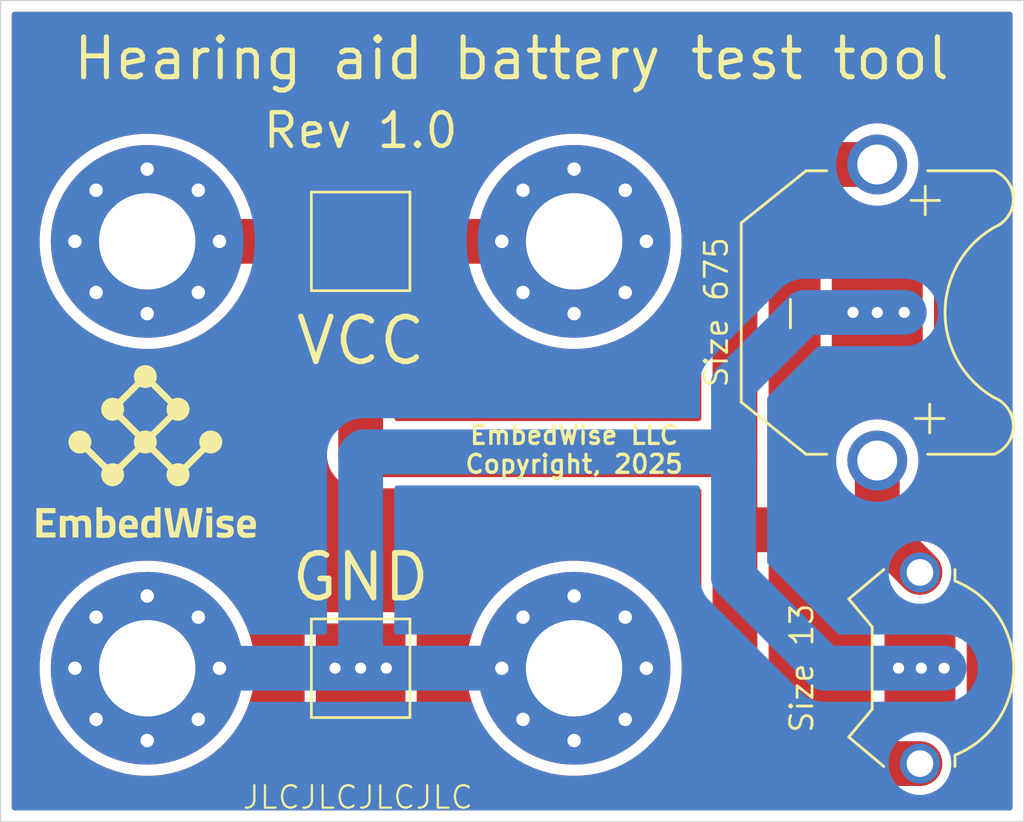
<source format=kicad_pcb>
(kicad_pcb (version 20241229) (generator "pcbnew") (generator_version "9.0")
  (title_block (title "Hearing aid battery test tool") (date "2025-03-12") (rev "1.0") (company "EmbedWise, LLC"))
  (layers (0 "F.Cu" signal) (2 "B.Cu" signal) (13 "F.Paste" user) (15 "B.Paste" user) (5 "F.SilkS" user "F.Silkscreen") (7 "B.SilkS" user "B.Silkscreen") (1 "F.Mask" user) (3 "B.Mask" user) (25 "Edge.Cuts" user))
  (net 0 "")
  (net 1 "Net-(BT1-+)")
  (net 2 "Net-(BT1--)")
  (footprint "TestPoint:TestPoint_Pad_4.0x4.0mm" (layer "F.Cu") (at 111.125 78.745581)
    (property "Reference" "TP2" (hide yes))
    (property "Value" "VCC" (at 0 4.439419 0) (layer "F.SilkS") (effects (font (size 2 2) (thickness 0.25))))
    (fp_line (start -2.2 -2.2) (end 2.2 -2.2) (stroke (width 0.12)) (layer "F.SilkS"))
    (fp_line (start -2.2 2.2) (end -2.2 -2.2) (stroke (width 0.12)) (layer "F.SilkS"))
    (fp_line (start 2.2 -2.2) (end 2.2 2.2) (stroke (width 0.12)) (layer "F.SilkS"))
    (fp_line (start 2.2 2.2) (end -2.2 2.2) (stroke (width 0.12)) (layer "F.SilkS"))
    (pad "1" smd rect (at 0 0) (size 4 4) (layers "F.Cu" "F.Mask") (net 1 "Net-(BT1-+)"))
  )
  (footprint "BK_5091:BAT_BK-5091" (layer "F.Cu") (at 134.17779 81.920581 -90)
    (property "Reference" "BT1" (hide yes))
    (property "Value" "Size 675" (at -0.005581 7.17779 270) (layer "F.SilkS") (effects (font (thickness 0.125))))
    (fp_line (start -4 6.07) (end 4 6.07) (stroke (width 0.127)) (layer "F.SilkS"))
    (fp_line (start 4 6.07) (end 6.325 3.175) (stroke (width 0.127)) (layer "F.SilkS"))
    (fp_line (start -0.585 3.875) (end 0.685 3.875) (stroke (width 0.127)) (layer "F.SilkS"))
    (fp_line (start -6.325 3.175) (end -4 6.07) (stroke (width 0.127)) (layer "F.SilkS"))
    (fp_line (start 6.325 3.175) (end 6.325 2.255) (stroke (width 0.127)) (layer "F.SilkS"))
    (fp_line (start -6.325 2.255) (end -6.325 3.175) (stroke (width 0.127)) (layer "F.SilkS"))
    (fp_line (start -5.635 -2.14) (end -4.365 -2.14) (stroke (width 0.127)) (layer "F.SilkS"))
    (fp_line (start 6.325 -2.255) (end 6.325 -5.22) (stroke (width 0.127)) (layer "F.SilkS"))
    (fp_line (start 4.095 -2.34) (end 5.365 -2.34) (stroke (width 0.127)) (layer "F.SilkS"))
    (fp_line (start -5 -2.775) (end -5 -1.505) (stroke (width 0.127)) (layer "F.SilkS"))
    (fp_line (start 4.73 -2.975) (end 4.73 -1.705) (stroke (width 0.127)) (layer "F.SilkS"))
    (fp_line (start -6.325 -5.22) (end -6.325 -2.255) (stroke (width 0.127)) (layer "F.SilkS"))
    (fp_arc (start -6.325 -5.22) (mid -5.0625 -6.071567) (end -3.8 -5.22) (stroke (width 0.127)) (layer "F.SilkS"))
    (fp_arc (start 3.8 -5.22) (mid 0 -3.026069) (end -3.8 -5.22) (stroke (width 0.127)) (layer "F.SilkS"))
    (fp_arc (start 3.8 -5.22) (mid 5.0625 -6.071567) (end 6.325 -5.22) (stroke (width 0.127)) (layer "F.SilkS"))
    (pad "1" thru_hole circle (at -6.605 0 270) (size 2.67 2.67) (drill 1.78) (layers "*.Cu" "*.Mask") (net 1 "Net-(BT1-+)"))
    (pad "1" thru_hole circle (at 6.605 0 270) (size 2.67 2.67) (drill 1.78) (layers "*.Cu" "*.Mask") (net 1 "Net-(BT1-+)"))
    (pad "2" smd rect (at 0 0 270) (size 4.06 4.06) (layers "F.Cu" "F.Mask" "F.Paste") (net 2 "Net-(BT1--)"))
  )
  (footprint "MountingHole:MountingHole_4.3mm_M4_Pad_Via" (layer "F.Cu") (at 120.65 97.795581)
    (property "Reference" "H4" (hide yes))
    (property "Value" "MountingHole_Pad" (hide yes))
    (pad "1" thru_hole circle (at -3.225 0) (size 0.9 0.9) (drill 0.6) (layers "*.Cu" "*.Mask") (net 2 "Net-(BT1--)"))
    (pad "1" thru_hole circle (at -2.280419 -2.280419) (size 0.9 0.9) (drill 0.6) (layers "*.Cu" "*.Mask") (net 2 "Net-(BT1--)"))
    (pad "1" thru_hole circle (at -2.280419 2.280419) (size 0.9 0.9) (drill 0.6) (layers "*.Cu" "*.Mask") (net 2 "Net-(BT1--)"))
    (pad "1" thru_hole circle (at 0 -3.225) (size 0.9 0.9) (drill 0.6) (layers "*.Cu" "*.Mask") (net 2 "Net-(BT1--)"))
    (pad "1" thru_hole circle (at 0 0) (size 8.6 8.6) (drill 4.3) (layers "*.Cu" "*.Mask") (net 2 "Net-(BT1--)"))
    (pad "1" thru_hole circle (at 0 3.225) (size 0.9 0.9) (drill 0.6) (layers "*.Cu" "*.Mask") (net 2 "Net-(BT1--)"))
    (pad "1" thru_hole circle (at 2.280419 -2.280419) (size 0.9 0.9) (drill 0.6) (layers "*.Cu" "*.Mask") (net 2 "Net-(BT1--)"))
    (pad "1" thru_hole circle (at 2.280419 2.280419) (size 0.9 0.9) (drill 0.6) (layers "*.Cu" "*.Mask") (net 2 "Net-(BT1--)"))
    (pad "1" thru_hole circle (at 3.225 0) (size 0.9 0.9) (drill 0.6) (layers "*.Cu" "*.Mask") (net 2 "Net-(BT1--)"))
  )
  (footprint "MountingHole:MountingHole_4.3mm_M4_Pad_Via" (layer "F.Cu") (at 101.6 97.795581)
    (property "Reference" "H3" (hide yes))
    (property "Value" "MountingHole_Pad" (hide yes))
    (pad "1" thru_hole circle (at -3.225 0) (size 0.9 0.9) (drill 0.6) (layers "*.Cu" "*.Mask") (net 2 "Net-(BT1--)"))
    (pad "1" thru_hole circle (at -2.280419 -2.280419) (size 0.9 0.9) (drill 0.6) (layers "*.Cu" "*.Mask") (net 2 "Net-(BT1--)"))
    (pad "1" thru_hole circle (at -2.280419 2.280419) (size 0.9 0.9) (drill 0.6) (layers "*.Cu" "*.Mask") (net 2 "Net-(BT1--)"))
    (pad "1" thru_hole circle (at 0 -3.225) (size 0.9 0.9) (drill 0.6) (layers "*.Cu" "*.Mask") (net 2 "Net-(BT1--)"))
    (pad "1" thru_hole circle (at 0 0) (size 8.6 8.6) (drill 4.3) (layers "*.Cu" "*.Mask") (net 2 "Net-(BT1--)"))
    (pad "1" thru_hole circle (at 0 3.225) (size 0.9 0.9) (drill 0.6) (layers "*.Cu" "*.Mask") (net 2 "Net-(BT1--)"))
    (pad "1" thru_hole circle (at 2.280419 -2.280419) (size 0.9 0.9) (drill 0.6) (layers "*.Cu" "*.Mask") (net 2 "Net-(BT1--)"))
    (pad "1" thru_hole circle (at 2.280419 2.280419) (size 0.9 0.9) (drill 0.6) (layers "*.Cu" "*.Mask") (net 2 "Net-(BT1--)"))
    (pad "1" thru_hole circle (at 3.225 0) (size 0.9 0.9) (drill 0.6) (layers "*.Cu" "*.Mask") (net 2 "Net-(BT1--)"))
  )
  (footprint "2989:BAT_2989" (layer "F.Cu") (at 136.08279 97.784419 -90)
    (property "Reference" "BT2" (hide yes))
    (property "Value" "Size 13" (at 0.005581 5.27279 90) (layer "F.SilkS") (effects (font (thickness 0.125))))
    (fp_line (start -3.08048 3.17495) (end -4.15805 1.89075) (stroke (width 0.127)) (layer "F.SilkS"))
    (fp_line (start 3.08048 3.17495) (end 2.69133 2.84841) (stroke (width 0.127)) (layer "F.SilkS"))
    (fp_line (start -2.69133 2.84841) (end -3.08048 3.17495) (stroke (width 0.127)) (layer "F.SilkS"))
    (fp_line (start 2.69133 2.84841) (end 1.83945 2.1336) (stroke (width 0.127)) (layer "F.SilkS"))
    (fp_line (start -1.83945 2.1336) (end -2.69133 2.84841) (stroke (width 0.127)) (layer "F.SilkS"))
    (fp_line (start 1.83945 2.1336) (end -1.83945 2.1336) (stroke (width 0.127)) (layer "F.SilkS"))
    (fp_line (start -4.15805 1.89075) (end -4.3942 1.6129) (stroke (width 0.127)) (layer "F.SilkS"))
    (fp_line (start 4.15805 1.89075) (end 3.08048 3.17495) (stroke (width 0.127)) (layer "F.SilkS"))
    (fp_line (start 4.3942 1.6129) (end 4.15805 1.89075) (stroke (width 0.127)) (layer "F.SilkS"))
    (fp_line (start -4.3942 -1.5621) (end -3.8862 -1.5621) (stroke (width 0.127)) (layer "F.SilkS"))
    (fp_line (start 3.8862 -1.5621) (end 4.3942 -1.5621) (stroke (width 0.127)) (layer "F.SilkS"))
    (fp_arc (start -3.8862 -1.562101) (mid 0 -4.188313) (end 3.8862 -1.5621) (stroke (width 0.127)) (layer "F.SilkS"))
    (pad "1" thru_hole circle (at -4.265 0 270) (size 1.79 1.79) (drill 1.19) (layers "*.Cu" "*.Mask") (net 1 "Net-(BT1-+)"))
    (pad "1" thru_hole circle (at 4.265 0 270) (size 1.79 1.79) (drill 1.19) (layers "*.Cu" "*.Mask") (net 1 "Net-(BT1-+)"))
    (pad "2" smd rect (at 0 0 270) (size 3.17 3.17) (layers "F.Cu" "F.Mask") (net 2 "Net-(BT1--)"))
  )
  (footprint "MountingHole:MountingHole_4.3mm_M4_Pad_Via" (layer "F.Cu") (at 101.6 78.745581)
    (property "Reference" "H2" (hide yes))
    (property "Value" "MountingHole_Pad" (hide yes))
    (pad "1" thru_hole circle (at -3.225 0) (size 0.9 0.9) (drill 0.6) (layers "*.Cu" "*.Mask") (net 1 "Net-(BT1-+)"))
    (pad "1" thru_hole circle (at -2.280419 -2.280419) (size 0.9 0.9) (drill 0.6) (layers "*.Cu" "*.Mask") (net 1 "Net-(BT1-+)"))
    (pad "1" thru_hole circle (at -2.280419 2.280419) (size 0.9 0.9) (drill 0.6) (layers "*.Cu" "*.Mask") (net 1 "Net-(BT1-+)"))
    (pad "1" thru_hole circle (at 0 -3.225) (size 0.9 0.9) (drill 0.6) (layers "*.Cu" "*.Mask") (net 1 "Net-(BT1-+)"))
    (pad "1" thru_hole circle (at 0 0) (size 8.6 8.6) (drill 4.3) (layers "*.Cu" "*.Mask") (net 1 "Net-(BT1-+)"))
    (pad "1" thru_hole circle (at 0 3.225) (size 0.9 0.9) (drill 0.6) (layers "*.Cu" "*.Mask") (net 1 "Net-(BT1-+)"))
    (pad "1" thru_hole circle (at 2.280419 -2.280419) (size 0.9 0.9) (drill 0.6) (layers "*.Cu" "*.Mask") (net 1 "Net-(BT1-+)"))
    (pad "1" thru_hole circle (at 2.280419 2.280419) (size 0.9 0.9) (drill 0.6) (layers "*.Cu" "*.Mask") (net 1 "Net-(BT1-+)"))
    (pad "1" thru_hole circle (at 3.225 0) (size 0.9 0.9) (drill 0.6) (layers "*.Cu" "*.Mask") (net 1 "Net-(BT1-+)"))
  )
  (footprint "Logo:EmbedWise_Logo_Vertical" (layer "F.Cu") (at 101.6 88.265)
    (property "Reference" "G***" (hide yes))
    (property "Value" "LOGO" (hide yes))
    (fp_poly (pts (xy 2.900113 2.472779) (xy 2.900113 2.60242) (xy 2.770472 2.60242) (xy 2.640832 2.60242) (xy 2.640832 2.472779) (xy 2.640832 2.343138) (xy 2.770472 2.343138) (xy 2.900113 2.343138)) (fill yes) (layer "F.SilkS"))
    (fp_poly (pts (xy 2.900113 3.212212) (xy 2.900113 3.697164) (xy 2.770472 3.697164) (xy 2.640832 3.697164) (xy 2.640832 3.212212) (xy 2.640832 2.727259) (xy 2.770472 2.727259) (xy 2.900113 2.727259)) (fill yes) (layer "F.SilkS"))
    (fp_poly (pts (xy -4.090889 2.496786) (xy -4.090889 2.612023) (xy -4.383781 2.612023) (xy -4.676673 2.612023) (xy -4.676673 2.765671) (xy -4.676673 2.919319) (xy -4.446201 2.919319) (xy -4.215728 2.919319) (xy -4.215728 3.034556) (xy -4.215728 3.149792) (xy -4.446201 3.149792) (xy -4.676673 3.149792) (xy -4.676673 3.308242) (xy -4.676673 3.466692) (xy -4.383781 3.466692) (xy -4.090889 3.466692) (xy -4.090889 3.581928) (xy -4.090889 3.697164) (xy -4.518223 3.697164) (xy -4.945558 3.697164) (xy -4.945558 3.039357) (xy -4.945558 2.38155) (xy -4.518223 2.38155) (xy -4.090889 2.38155)) (fill yes) (layer "F.SilkS"))
    (fp_poly (pts (xy -2.007032 2.548583) (xy -2.007032 2.754028) (xy -1.932609 2.730121) (xy -1.8924 2.718271) (xy -1.858386 2.711622) (xy -1.822642 2.709244) (xy -1.777243 2.710207) (xy -1.766957 2.710687) (xy -1.679695 2.720666) (xy -1.607201 2.742035) (xy -1.548 2.77593) (xy -1.500618 2.823492) (xy -1.46358 2.885856) (xy -1.435414 2.964163) (xy -1.434535 2.967334) (xy -1.427296 3.0056) (xy -1.421798 3.058327) (xy -1.418088 3.120898) (xy -1.416213 3.188696) (xy -1.416219 3.257101) (xy -1.418151 3.321496) (xy -1.422057 3.377263) (xy -1.427983 3.419784) (xy -1.429907 3.42828) (xy -1.456759 3.50984) (xy -1.49255 3.575378) (xy -1.539076 3.626699) (xy -1.598131 3.665608) (xy -1.67151 3.693911) (xy -1.701952 3.701892) (xy -1.729452 3.70609) (xy -1.771151 3.709689) (xy -1.822629 3.712583) (xy -1.879466 3.714666) (xy -1.937244 3.715833) (xy -1.991541 3.715979) (xy -2.03794 3.714997) (xy -2.072019 3.712783) (xy -2.083856 3.711014) (xy -2.099584 3.708914) (xy -2.129094 3.706015) (xy -2.167009 3.702827) (xy -2.182287 3.701662) (xy -2.266314 3.69544) (xy -2.266314 3.019289) (xy -2.266314 2.960383) (xy -2.007032 2.960383) (xy -2.007032 3.224177) (xy -2.007032 3.487971) (xy -1.898998 3.484351) (xy -1.846279 3.481826) (xy -1.808667 3.477955) (xy -1.782074 3.472094) (xy -1.762415 3.463599) (xy -1.76066 3.462572) (xy -1.726895 3.43252) (xy -1.701468 3.387281) (xy -1.683788 3.325682) (xy -1.679737 3.302764) (xy -1.672727 3.227634) (xy -1.674747 3.155464) (xy -1.685089 3.089342) (xy -1.703041 3.032354) (xy -1.727893 2.987586) (xy -1.758934 2.958126) (xy -1.759108 2.958019) (xy -1.79842 2.943563) (xy -1.851603 2.938577) (xy -1.915744 2.943189) (xy -1.952614 2.949454) (xy -2.007032 2.960383) (xy -2.266314 2.960383) (xy -2.266314 2.343138) (xy -2.136673 2.343138) (xy -2.007032 2.343138)) (fill yes) (layer "F.SilkS"))
    (fp_poly (pts (xy 0.595387 3.020151) (xy 0.595387 3.697164) (xy 0.465747 3.697164) (xy 0.413567 3.696986) (xy 0.377603 3.696173) (xy 0.354865 3.694308) (xy 0.342364 3.690974) (xy 0.337109 3.685753) (xy 0.336106 3.679062) (xy 0.334878 3.670813) (xy 0.328869 3.667554) (xy 0.314588 3.669703) (xy 0.288545 3.677677) (xy 0.256881 3.688536) (xy 0.175606 3.709071) (xy 0.090648 3.716702) (xy 0.008277 3.711241) (xy -0.049935 3.697836) (xy -0.110308 3.671012) (xy -0.160376 3.631949) (xy -0.200539 3.579773) (xy -0.231194 3.513613) (xy -0.252742 3.432598) (xy -0.265582 3.335856) (xy -0.270113 3.222515) (xy -0.270124 3.218575) (xy -0.008036 3.218575) (xy -0.007197 3.245822) (xy -0.002125 3.315808) (xy 0.006865 3.369912) (xy 0.020727 3.411227) (xy 0.040415 3.442849) (xy 0.059412 3.461926) (xy 0.076437 3.47437) (xy 0.094463 3.481487) (xy 0.119353 3.484599) (xy 0.15697 3.485029) (xy 0.161587 3.484976) (xy 0.205636 3.482958) (xy 0.249636 3.478568) (xy 0.283289 3.472908) (xy 0.331304 3.461763) (xy 0.333859 3.206177) (xy 0.336415 2.950591) (xy 0.308917 2.945091) (xy 0.258916 2.937264) (xy 0.206867 2.932739) (xy 0.158492 2.931709) (xy 0.119511 2.934368) (xy 0.102104 2.938105) (xy 0.061337 2.961472) (xy 0.02985 3.001452) (xy 0.007734 3.057795) (xy -0.004925 3.130253) (xy -0.008036 3.218575) (xy -0.270124 3.218575) (xy -0.270128 3.217013) (xy -0.266778 3.11215) (xy -0.256013 3.023185) (xy -0.237195 2.948042) (xy -0.209682 2.884649) (xy -0.172834 2.830929) (xy -0.140581 2.797455) (xy -0.09738 2.762657) (xy -0.053527 2.738297) (xy -0.00441 2.722878) (xy 0.054584 2.714904) (xy 0.120038 2.712854) (xy 0.170224 2.713608) (xy 0.219838 2.715637) (xy 0.261776 2.718592) (xy 0.280888 2.720748) (xy 0.336106 2.728641) (xy 0.336106 2.535889) (xy 0.336106 2.343138) (xy 0.465747 2.343138) (xy 0.595387 2.343138)) (fill yes) (layer "F.SilkS"))
    (fp_poly (pts (xy -3.348942 2.712284) (xy -3.280592 2.727471) (xy -3.222185 2.754732) (xy -3.204324 2.767385) (xy -3.167627 2.796487) (xy -3.113095 2.77255) (xy -3.054766 2.748011) (xy -3.006977 2.731176) (xy -2.963345 2.720663) (xy -2.91749 2.715091) (xy -2.863028 2.713081) (xy -2.837694 2.712964) (xy -2.784824 2.713563) (xy -2.746455 2.715638) (xy -2.717903 2.719781) (xy -2.694484 2.726584) (xy -2.679136 2.733016) (xy -2.624084 2.767676) (xy -2.578823 2.814673) (xy -2.552302 2.859416) (xy -2.540467 2.888144) (xy -2.530692 2.917303) (xy -2.522741 2.949129) (xy -2.516381 2.985862) (xy -2.511377 3.029737) (xy -2.507496 3.082993) (xy -2.504503 3.147865) (xy -2.502165 3.226592) (xy -2.500247 3.32141) (xy -2.499558 3.363459) (xy -2.494352 3.697164) (xy -2.629548 3.697164) (xy -2.764745 3.697164) (xy -2.767609 3.363459) (xy -2.768466 3.273297) (xy -2.769403 3.200299) (xy -2.770533 3.142426) (xy -2.771966 3.097635) (xy -2.773812 3.063887) (xy -2.776183 3.03914) (xy -2.779191 3.021353) (xy -2.782944 3.008486) (xy -2.787441 2.998707) (xy -2.812137 2.967138) (xy -2.846188 2.947581) (xy -2.891338 2.939678) (xy -2.94933 2.94307) (xy -3.006252 2.9537) (xy -3.072968 2.968874) (xy -3.072968 3.333019) (xy -3.072968 3.697164) (xy -3.202042 3.697164) (xy -3.331115 3.697164) (xy -3.334083 3.363459) (xy -3.334928 3.274235) (xy -3.335794 3.202138) (xy -3.336812 3.145089) (xy -3.338109 3.101012) (xy -3.339814 3.067826) (xy -3.342055 3.043453) (xy -3.344961 3.025816) (xy -3.34866 3.012835) (xy -3.353281 3.002432) (xy -3.356783 2.996165) (xy -3.377048 2.967964) (xy -3.400685 2.950586) (xy -3.432225 2.942272) (xy -3.4762 2.941262) (xy -3.495501 2.942318) (xy -3.536701 2.946361) (xy -3.575505 2.952302) (xy -3.603517 2.958855) (xy -3.603535 2.958861) (xy -3.639546 2.970557) (xy -3.639546 3.333861) (xy -3.639546 3.697164) (xy -3.769187 3.697164) (xy -3.898828 3.697164) (xy -3.898828 3.212212) (xy -3.898828 2.727259) (xy -3.769187 2.727259) (xy -3.639546 2.727259) (xy -3.639546 2.752294) (xy -3.635945 2.770443) (xy -3.627543 2.772266) (xy -3.572855 2.74955) (xy -3.531432 2.733461) (xy -3.499035 2.72272) (xy -3.471427 2.716045) (xy -3.44437 2.712156) (xy -3.422716 2.710352)) (fill yes) (layer "F.SilkS"))
    (fp_poly (pts (xy 4.485713 2.712586) (xy 4.548163 2.71791) (xy 4.600839 2.727768) (xy 4.613515 2.731497) (xy 4.686402 2.764592) (xy 4.746324 2.811699) (xy 4.793165 2.872552) (xy 4.826806 2.946888) (xy 4.847132 3.034443) (xy 4.854025 3.134952) (xy 4.847368 3.24815) (xy 4.846237 3.257826) (xy 4.838396 3.322646) (xy 4.552309 3.322646) (xy 4.266222 3.322646) (xy 4.274268 3.365713) (xy 4.288507 3.413813) (xy 4.312123 3.448119) (xy 4.348092 3.472947) (xy 4.348332 3.473067) (xy 4.36452 3.479866) (xy 4.383531 3.484613) (xy 4.408831 3.487604) (xy 4.443883 3.489133) (xy 4.492152 3.489496) (xy 4.537429 3.489198) (xy 4.595814 3.488269) (xy 4.652989 3.486724) (xy 4.703707 3.484749) (xy 4.742719 3.482528) (xy 4.754566 3.481545) (xy 4.818054 3.475394) (xy 4.823113 3.569474) (xy 4.825032 3.609677) (xy 4.826113 3.641888) (xy 4.826236 3.661853) (xy 4.825772 3.666227) (xy 4.815966 3.669165) (xy 4.791436 3.674955) (xy 4.756283 3.682658) (xy 4.728416 3.688507) (xy 4.676947 3.697084) (xy 4.615772 3.704037) (xy 4.548983 3.709228) (xy 4.480669 3.71252) (xy 4.414921 3.713777) (xy 4.355828 3.71286) (xy 4.307482 3.709632) (xy 4.273972 3.703956) (xy 4.273346 3.703778) (xy 4.19935 3.675228) (xy 4.139201 3.635608) (xy 4.091483 3.583353) (xy 4.05478 3.516895) (xy 4.027677 3.434667) (xy 4.026708 3.430766) (xy 4.018244 3.382086) (xy 4.012729 3.320713) (xy 4.010161 3.252153) (xy 4.01054 3.181911) (xy 4.013864 3.115495) (xy 4.016168 3.094512) (xy 4.266975 3.094512) (xy 4.267016 3.116432) (xy 4.268606 3.121083) (xy 4.280147 3.124563) (xy 4.308542 3.127371) (xy 4.351448 3.129375) (xy 4.406522 3.130443) (xy 4.438318 3.130586) (xy 4.602157 3.130586) (xy 4.598034 3.075368) (xy 4.588583 3.016489) (xy 4.569206 2.973269) (xy 4.538295 2.944058) (xy 4.494245 2.927207) (xy 4.448294 2.921507) (xy 4.389077 2.924157) (xy 4.342981 2.939255) (xy 4.30785 2.96761) (xy 4.300475 2.976937) (xy 4.289832 2.998236) (xy 4.279774 3.029125) (xy 4.271691 3.063313) (xy 4.266975 3.094512) (xy 4.016168 3.094512) (xy 4.020133 3.058411) (xy 4.026787 3.024953) (xy 4.058444 2.93324) (xy 4.101082 2.856834) (xy 4.154492 2.796005) (xy 4.218465 2.751019) (xy 4.252203 2.735392) (xy 4.296733 2.723198) (xy 4.354296 2.715292) (xy 4.41919 2.711734)) (fill yes) (layer "F.SilkS"))
    (fp_poly (pts (xy -0.802465 2.710705) (xy -0.717553 2.719145) (xy -0.647431 2.735746) (xy -0.588896 2.761954) (xy -0.538743 2.799214) (xy -0.493771 2.848973) (xy -0.492515 2.850613) (xy -0.459265 2.908197) (xy -0.435369 2.980049) (xy -0.421267 3.063427) (xy -0.417396 3.15559) (xy -0.424193 3.253795) (xy -0.42596 3.267429) (xy -0.433518 3.322646) (xy -0.716116 3.322646) (xy -0.998715 3.322646) (xy -0.998715 3.351838) (xy -0.990222 3.395316) (xy -0.967575 3.43591) (xy -0.935019 3.466689) (xy -0.92477 3.472573) (xy -0.909004 3.479333) (xy -0.891033 3.48412) (xy -0.867505 3.48721) (xy -0.835072 3.488878) (xy -0.790383 3.489399) (xy -0.730089 3.48905) (xy -0.725028 3.488998) (xy -0.666233 3.488067) (xy -0.609812 3.4866) (xy -0.560427 3.48476) (xy -0.52274 3.482709) (xy -0.507484 3.481423) (xy -0.453191 3.47555) (xy -0.446291 3.567578) (xy -0.443781 3.607556) (xy -0.442673 3.639799) (xy -0.443071 3.659895) (xy -0.444039 3.664253) (xy -0.454844 3.668035) (xy -0.480254 3.67451) (xy -0.516034 3.682649) (xy -0.543644 3.688507) (xy -0.595202 3.697086) (xy -0.656455 3.704008) (xy -0.723309 3.709142) (xy -0.791669 3.712355) (xy -0.857443 3.713515) (xy -0.916535 3.712489) (xy -0.964853 3.709144) (xy -0.998303 3.703349) (xy -0.998715 3.703229) (xy -1.071951 3.674472) (xy -1.132 3.634177) (xy -1.179959 3.581027) (xy -1.216922 3.513703) (xy -1.243986 3.430887) (xy -1.251024 3.399471) (xy -1.255039 3.369416) (xy -1.258207 3.325837) (xy -1.260228 3.27441) (xy -1.260796 3.220808) (xy -1.260773 3.217013) (xy -1.256294 3.116398) (xy -1.004426 3.116398) (xy -1.002669 3.122353) (xy -0.991852 3.125058) (xy -0.965072 3.127389) (xy -0.925567 3.129189) (xy -0.876581 3.130299) (xy -0.833582 3.130586) (xy -0.669582 3.130586) (xy -0.674685 3.067012) (xy -0.682161 3.017564) (xy -0.695067 2.983094) (xy -0.69829 2.978184) (xy -0.732255 2.946871) (xy -0.776575 2.927183) (xy -0.826464 2.919142) (xy -0.877137 2.922767) (xy -0.923809 2.93808) (xy -0.961694 2.965102) (xy -0.971745 2.976989) (xy -0.981738 2.997403) (xy -0.991339 3.02783) (xy -0.999211 3.061992) (xy -1.004019 3.093608) (xy -1.004426 3.116398) (xy -1.256294 3.116398) (xy -1.256154 3.113258) (xy -1.243476 3.024993) (xy -1.222034 2.949965) (xy -1.191121 2.885921) (xy -1.150031 2.830608) (xy -1.134683 2.814448) (xy -1.07942 2.768789) (xy -1.017621 2.736642) (xy -0.946679 2.717192) (xy -0.863987 2.709625)) (fill yes) (layer "F.SilkS"))
    (fp_poly (pts (xy 3.51615 2.710275) (xy 3.578667 2.715728) (xy 3.64778 2.723858) (xy 3.717409 2.733936) (xy 3.781475 2.745236) (xy 3.790794 2.747107) (xy 3.84121 2.75743) (xy 3.841063 2.850378) (xy 3.840227 2.89174) (xy 3.838103 2.926436) (xy 3.835061 2.949572) (xy 3.833089 2.955661) (xy 3.826637 2.960149) (xy 3.81264 2.962341) (xy 3.78845 2.962179) (xy 3.751417 2.959606) (xy 3.698892 2.954566) (xy 3.677187 2.952296) (xy 3.585302 2.944296) (xy 3.50789 2.94122) (xy 3.445945 2.943031) (xy 3.400463 2.949696) (xy 3.372438 2.961177) (xy 3.36976 2.963349) (xy 3.354527 2.987912) (xy 3.351533 3.017657) (xy 3.36051 3.044886) (xy 3.373081 3.057885) (xy 3.39028 3.064936) (xy 3.422163 3.074274) (xy 3.464511 3.08479) (xy 3.513103 3.095377) (xy 3.524328 3.097628) (xy 3.600306 3.113602) (xy 3.660221 3.128747) (xy 3.707115 3.144222) (xy 3.744029 3.161186) (xy 3.774004 3.180797) (xy 3.797671 3.201778) (xy 3.83032 3.243139) (xy 3.851563 3.292096) (xy 3.862531 3.352154) (xy 3.864682 3.409074) (xy 3.857496 3.489016) (xy 3.836719 3.555791) (xy 3.801588 3.610529) (xy 3.75134 3.654358) (xy 3.68521 3.688406) (xy 3.67236 3.693292) (xy 3.638193 3.701524) (xy 3.589254 3.707716) (xy 3.52988 3.711779) (xy 3.464407 3.713622) (xy 3.39717 3.713155) (xy 3.332505 3.710288) (xy 3.274749 3.704931) (xy 3.25407 3.701994) (xy 3.211786 3.69483) (xy 3.172889 3.687606) (xy 3.14421 3.681607) (xy 3.138886 3.680308) (xy 3.106683 3.671963) (xy 3.109962 3.566927) (xy 3.111411 3.524415) (xy 3.112819 3.489858) (xy 3.11401 3.467219) (xy 3.114712 3.460314) (xy 3.124221 3.460759) (xy 3.148978 3.46315) (xy 3.185166 3.467089) (xy 3.226616 3.471902) (xy 3.284324 3.477651) (xy 3.348112 3.482222) (xy 3.408131 3.484975) (xy 3.43579 3.485482) (xy 3.500414 3.4837) (xy 3.548104 3.47736) (xy 3.580715 3.465901) (xy 3.600099 3.44876) (xy 3.606629 3.433735) (xy 3.609781 3.410169) (xy 3.604868 3.390811) (xy 3.589951 3.374519) (xy 3.563092 3.360152) (xy 3.522352 3.34657) (xy 3.465793 3.332632) (xy 3.417482 3.322403) (xy 3.324262 3.300466) (xy 3.248282 3.276132) (xy 3.190106 3.24963) (xy 3.150299 3.221189) (xy 3.140534 3.210469) (xy 3.117853 3.169352) (xy 3.102028 3.11544) (xy 3.093675 3.054102) (xy 3.093412 2.990708) (xy 3.101858 2.930626) (xy 3.106362 2.913441) (xy 3.133513 2.854689) (xy 3.176532 2.804315) (xy 3.23352 2.763401) (xy 3.302578 2.733029) (xy 3.381808 2.714283) (xy 3.466309 2.708229)) (fill yes) (layer "F.SilkS"))
    (fp_poly (pts (xy 1.050811 2.489584) (xy 1.055673 2.522059) (xy 1.06299 2.570962) (xy 1.072379 2.633724) (xy 1.083457 2.707778) (xy 1.095838 2.790557) (xy 1.109139 2.879494) (xy 1.122976 2.97202) (xy 1.131599 3.029683) (xy 1.147341 3.134289) (xy 1.160694 3.221355) (xy 1.171931 3.292362) (xy 1.181322 3.348792) (xy 1.189141 3.392125) (xy 1.19566 3.423842) (xy 1.20115 3.445425) (xy 1.205884 3.458354) (xy 1.210135 3.464111) (xy 1.211547 3.464703) (xy 1.214715 3.465824) (xy 1.217396 3.466946) (xy 1.219914 3.466744) (xy 1.222595 3.46389) (xy 1.225761 3.457057) (xy 1.229738 3.44492) (xy 1.234851 3.426151) (xy 1.241423 3.399424) (xy 1.249779 3.363412) (xy 1.260244 3.316789) (xy 1.273142 3.258228) (xy 1.288797 3.186402) (xy 1.307534 3.099984) (xy 1.329678 2.997649) (xy 1.355553 2.878069) (xy 1.359617 2.8593) (xy 1.463058 2.38155) (xy 1.618051 2.38155) (xy 1.773043 2.38155) (xy 1.89033 2.921212) (xy 1.91187 3.020072) (xy 1.93227 3.113222) (xy 1.951158 3.198987) (xy 1.968159 3.275694) (xy 1.982899 3.341668) (xy 1.995006 3.395235) (xy 2.004105 3.434721) (xy 2.009822 3.458452) (xy 2.011711 3.464969) (xy 2.022964 3.465827) (xy 2.028452 3.464212) (xy 2.030904 3.4614) (xy 2.033804 3.454033) (xy 2.037317 3.441093) (xy 2.041607 3.42156) (xy 2.046836 3.394412) (xy 2.053169 3.358631) (xy 2.06077 3.313196) (xy 2.069803 3.257087) (xy 2.08043 3.189284) (xy 2.092817 3.108767) (xy 2.107126 3.014517) (xy 2.123522 2.905512) (xy 2.142168 2.780734) (xy 2.163228 2.639162) (xy 2.186866 2.479775) (xy 2.191102 2.451172) (xy 2.201413 2.38155) (xy 2.339496 2.38155) (xy 2.393756 2.381741) (xy 2.431668 2.382546) (xy 2.456093 2.384314) (xy 2.469887 2.387396) (xy 2.475909 2.392139) (xy 2.477039 2.398355) (xy 2.475178 2.410429) (xy 2.46998 2.439772) (xy 2.461745 2.484799) (xy 2.450769 2.543919) (xy 2.43735 2.615545) (xy 2.421788 2.698089) (xy 2.404381 2.789961) (xy 2.385425 2.889575) (xy 2.36522 2.995341) (xy 2.354027 3.053762) (xy 2.231556 3.692363) (xy 2.028065 3.694955) (xy 1.967893 3.695554) (xy 1.91478 3.695763) (xy 1.871519 3.695597) (xy 1.840903 3.695073) (xy 1.825724 3.694204) (xy 1.824575 3.693823) (xy 1.822684 3.68398) (xy 1.817255 3.657097) (xy 1.808649 3.614938) (xy 1.797231 3.559269) (xy 1.783361 3.491854) (xy 1.767404 3.414459) (xy 1.749723 3.328849) (xy 1.730679 3.236789) (xy 1.723478 3.202013) (xy 1.699316 3.085638) (xy 1.678709 2.987033) (xy 1.661418 2.905138) (xy 1.647206 2.838896) (xy 1.635836 2.787247) (xy 1.627071 2.749133) (xy 1.620673 2.723496) (xy 1.616405 2.709276) (xy 1.614029 2.705416) (xy 1.613308 2.710667) (xy 1.611416 2.720922) (xy 1.605982 2.748205) (xy 1.597371 2.790738) (xy 1.585946 2.846743) (xy 1.57207 2.914443) (xy 1.556108 2.992062) (xy 1.538424 3.07782) (xy 1.519381 3.169942) (xy 1.512476 3.203291) (xy 1.493054 3.297128) (xy 1.474861 3.385149) (xy 1.458263 3.465588) (xy 1.443621 3.536679) (xy 1.431299 3.596654) (xy 1.42166 3.643748) (xy 1.415068 3.676193) (xy 1.411886 3.692224) (xy 1.411644 3.693632) (xy 1.402509 3.694681) (xy 1.376971 3.695605) (xy 1.337833 3.696357) (xy 1.2879 3.696887) (xy 1.229975 3.697146) (xy 1.20968 3.697164) (xy 1.138145 3.696877) (xy 1.083962 3.695942) (xy 1.045285 3.694253) (xy 1.020267 3.691702) (xy 1.007061 3.688181) (xy 1.003881 3.685161) (xy 1.00128 3.673278) (xy 0.995512 3.644511) (xy 0.986934 3.600749) (xy 0.975906 3.54388) (xy 0.962785 3.475794) (xy 0.947931 3.398378) (xy 0.931701 3.313523) (xy 0.914454 3.223116) (xy 0.896549 3.129047) (xy 0.878344 3.033204) (xy 0.860197 2.937476) (xy 0.842467 2.843753) (xy 0.825513 2.753922) (xy 0.809692 2.669873) (xy 0.795363 2.593494) (xy 0.782885 2.526675) (xy 0.772616 2.471304) (xy 0.764915 2.42927) (xy 0.76014 2.402462) (xy 0.758639 2.392859) (xy 0.76497 2.388022) (xy 0.785039 2.384624) (xy 0.820464 2.382534) (xy 0.872861 2.381618) (xy 0.896636 2.38155) (xy 1.034632 2.38155)) (fill yes) (layer "F.SilkS"))
    (fp_poly (pts (xy -0.026218 -3.995375) (xy 0.067209 -3.975738) (xy 0.159577 -3.938205) (xy 0.166872 -3.9344) (xy 0.241122 -3.884657) (xy 0.30444 -3.821524) (xy 0.355874 -3.747764) (xy 0.39447 -3.666139) (xy 0.419274 -3.579411) (xy 0.429333 -3.490342) (xy 0.423694 -3.401695) (xy 0.401403 -3.316231) (xy 0.389858 -3.288381) (xy 0.367123 -3.238723) (xy 0.747739 -2.859098) (xy 1.128355 -2.479473) (xy 1.166767 -2.496256) (xy 1.246731 -2.522664) (xy 1.333405 -2.536476) (xy 1.420486 -2.53723) (xy 1.501673 -2.524467) (xy 1.512476 -2.521498) (xy 1.604936 -2.485317) (xy 1.685939 -2.435208) (xy 1.754623 -2.373129) (xy 1.810127 -2.301036) (xy 1.851586 -2.220885) (xy 1.878139 -2.134632) (xy 1.888923 -2.044235) (xy 1.883076 -1.951648) (xy 1.859734 -1.858829) (xy 1.832728 -1.795173) (xy 1.781065 -1.71223) (xy 1.716878 -1.642586) (xy 1.642264 -1.587087) (xy 1.559323 -1.54658) (xy 1.470153 -1.521913) (xy 1.376852 -1.513933) (xy 1.281521 -1.523486) (xy 1.208482 -1.543175) (xy 1.125356 -1.571987) (xy 0.746254 -1.191721) (xy 0.367151 -0.811456) (xy 0.389904 -0.762741) (xy 0.41518 -0.688635) (xy 0.427546 -0.605978) (xy 0.427002 -0.520436) (xy 0.413547 -0.437676) (xy 0.389858 -0.369062) (xy 0.367123 -0.319403) (xy 0.747739 0.061059) (xy 1.128355 0.441521) (xy 1.18705 0.417776) (xy 1.280395 0.390144) (xy 1.376728 0.380769) (xy 1.473092 0.38965) (xy 1.56653 0.416787) (xy 1.569 0.417779) (xy 1.627713 0.441543) (xy 2.005784 0.063555) (xy 2.383855 -0.314433) (xy 2.357323 -0.380487) (xy 2.338034 -0.445638) (xy 2.326902 -0.520543) (xy 2.324579 -0.597279) (xy 2.331719 -0.667918) (xy 2.33306 -0.674733) (xy 2.361293 -0.765379) (xy 2.405507 -0.847631) (xy 2.463718 -0.919886) (xy 2.533942 -0.980541) (xy 2.614193 -1.027995) (xy 2.702489 -1.060644) (xy 2.796844 -1.076886) (xy 2.832892 -1.078416) (xy 2.931287 -1.070013) (xy 3.023659 -1.044116) (xy 3.108281 -1.001954) (xy 3.183425 -0.944752) (xy 3.247366 -0.873736) (xy 3.298376 -0.790134) (xy 3.323707 -0.72983) (xy 3.340813 -0.6597) (xy 3.347476 -0.580625) (xy 3.343754 -0.49974) (xy 3.329706 -0.424183) (xy 3.320993 -0.396451) (xy 3.279388 -0.307707) (xy 3.224032 -0.230754) (xy 3.156987 -0.166479) (xy 3.080313 -0.115772) (xy 2.996072 -0.079522) (xy 2.906327 -0.058618) (xy 2.813138 -0.053948) (xy 2.718567 -0.066401) (xy 2.625437 -0.096541) (xy 2.586034 -0.113345) (xy 2.206364 0.26743) (xy 1.826694 0.648204) (xy 1.849069 0.695567) (xy 1.87064 0.756007) (xy 1.884617 0.826222) (xy 1.889676 0.897831) (xy 1.887718 0.939562) (xy 1.868627 1.037714) (xy 1.833295 1.127265) (xy 1.783288 1.20681) (xy 1.720171 1.274945) (xy 1.645509 1.330266) (xy 1.560868 1.37137) (xy 1.467813 1.396852) (xy 1.368431 1.40531) (xy 1.271989 1.395751) (xy 1.181453 1.368843) (xy 1.098595 1.325993) (xy 1.025185 1.268607) (xy 0.962996 1.198091) (xy 0.913798 1.115852) (xy 0.879364 1.023297) (xy 0.877247 1.015283) (xy 0.866069 0.943567) (xy 0.865625 0.864195) (xy 0.875392 0.785064) (xy 0.894852 0.714066) (xy 0.897594 0.707011) (xy 0.924178 0.640979) (xy 0.546115 0.262787) (xy 0.456513 0.173413) (xy 0.37968 0.097349) (xy 0.315064 0.034073) (xy 0.262113 -0.016939) (xy 0.220273 -0.05621) (xy 0.188992 -0.084265) (xy 0.167717 -0.101626) (xy 0.155896 -0.108817) (xy 0.153648 -0.108946) (xy 0.053475 -0.073328) (xy -0.046386 -0.056072) (xy -0.144575 -0.057214) (xy -0.239735 -0.076792) (xy -0.292892 -0.096561) (xy -0.331304 -0.113343) (xy -0.711552 0.265913) (xy -1.091799 0.645169) (xy -1.068036 0.703999) (xy -1.040357 0.797197) (xy -1.030894 0.892148) (xy -1.03914 0.986363) (xy -1.06459 1.077354) (xy -1.106738 1.162634) (xy -1.165079 1.239714) (xy -1.18012 1.255407) (xy -1.251885 1.314566) (xy -1.333819 1.360308) (xy -1.422304 1.391456) (xy -1.513725 1.406832) (xy -1.604462 1.405259) (xy -1.629238 1.401623) (xy -1.724533 1.3754) (xy -1.811033 1.332749) (xy -1.887318 1.274976) (xy -1.951969 1.203388) (xy -2.003565 1.119291) (xy -2.040686 1.02399) (xy -2.041005 1.022898) (xy -2.052502 0.959996) (xy -2.05486 0.887575) (xy -2.048512 0.812766) (xy -2.033893 0.742699) (xy -2.021782 0.707011) (xy -1.995142 0.640979) (xy -2.373204 0.262787) (xy -2.462807 0.173413) (xy -2.539639 0.097349) (xy -2.604255 0.034073) (xy -2.657207 -0.016939) (xy -2.699047 -0.05621) (xy -2.730328 -0.084265) (xy -2.751603 -0.101626) (xy -2.763424 -0.108817) (xy -2.765671 -0.108946) (xy -2.865838 -0.073015) (xy -2.964697 -0.055343) (xy -3.061063 -0.056014) (xy -3.15375 -0.075113) (xy -3.168457 -0.079989) (xy -3.25944 -0.121426) (xy -3.338495 -0.17705) (xy -3.404428 -0.245184) (xy -3.456047 -0.324152) (xy -3.492158 -0.412278) (xy -3.51157 -0.507887) (xy -3.514707 -0.566579) (xy -3.506094 -0.666166) (xy -3.480108 -0.757641) (xy -3.436527 -0.841536) (xy -3.375128 -0.91838) (xy -3.362178 -0.931494) (xy -3.28689 -0.992859) (xy -3.204109 -1.037924) (xy -3.116182 -1.066682) (xy -3.025451 -1.079126) (xy -2.934262 -1.075251) (xy -2.844959 -1.055051) (xy -2.759886 -1.01852) (xy -2.681388 -0.965652) (xy -2.64557 -0.933321) (xy -2.581313 -0.856978) (xy -2.533742 -0.773067) (xy -2.503284 -0.683624) (xy -2.490369 -0.590682) (xy -2.495423 -0.496279) (xy -2.518877 -0.402448) (xy -2.528501 -0.377278) (xy -2.551398 -0.321701) (xy -2.17268 0.058564) (xy -1.793963 0.43883) (xy -1.710838 0.410171) (xy -1.616065 0.386417) (xy -1.521713 0.381054) (xy -1.426283 0.394176) (xy -1.328277 0.425877) (xy -1.306011 0.435448) (xy -1.297918 0.432288) (xy -1.280599 0.419174) (xy -1.253501 0.395581) (xy -1.216071 0.360987) (xy -1.167757 0.314867) (xy -1.108006 0.256699) (xy -1.036265 0.185959) (xy -0.951982 0.102123) (xy -0.913544 0.063715) (xy -0.535482 -0.314477) (xy -0.562909 -0.380509) (xy -0.574585 -0.410173) (xy -0.582392 -0.435867) (xy -0.587098 -0.462802) (xy -0.589471 -0.496186) (xy -0.590278 -0.541226) (xy -0.590335 -0.566579) (xy -0.589981 -0.618535) (xy -0.588404 -0.6565) (xy -0.584839 -0.685681) (xy -0.578517 -0.711287) (xy -0.56867 -0.738528) (xy -0.562909 -0.752649) (xy -0.535482 -0.818681) (xy -0.913544 -1.196872) (xy -1.003147 -1.286247) (xy -1.07998 -1.36231) (xy -1.144595 -1.425586) (xy -1.197547 -1.476599) (xy -1.239387 -1.51587) (xy -1.270668 -1.543925) (xy -1.291943 -1.561286) (xy -1.303764 -1.568477) (xy -1.306011 -1.568605) (xy -1.405936 -1.533021) (xy -1.504856 -1.515777) (xy -1.601389 -1.516657) (xy -1.694155 -1.535447) (xy -1.781771 -1.571932) (xy -1.862857 -1.625898) (xy -1.902518 -1.661323) (xy -1.967043 -1.737233) (xy -2.013979 -1.820849) (xy -2.043266 -1.912026) (xy -2.054842 -2.010618) (xy -2.055047 -2.026238) (xy -2.045927 -2.125134) (xy -2.019389 -2.217713) (xy -1.991237 -2.273414) (xy -1.092536 -2.273414) (xy -1.069802 -2.223755) (xy -1.042399 -2.141875) (xy -1.03084 -2.053362) (xy -1.035145 -1.962465) (xy -1.055334 -1.873434) (xy -1.067993 -1.838979) (xy -1.091738 -1.781361) (xy -0.712512 -1.400587) (xy -0.333286 -1.019812) (xy -0.293883 -1.036616) (xy -0.260673 -1.048963) (xy -0.220831 -1.061342) (xy -0.201664 -1.066453) (xy -0.115895 -1.078417) (xy -0.024094 -1.074425) (xy 0.069811 -1.054945) (xy 0.153648 -1.024212) (xy 0.161741 -1.027371) (xy 0.179061 -1.040486) (xy 0.206159 -1.064079) (xy 0.243589 -1.098673) (xy 0.291903 -1.144793) (xy 0.351654 -1.202961) (xy 0.423395 -1.273701) (xy 0.507678 -1.357537) (xy 0.546115 -1.395944) (xy 0.924178 -1.774136) (xy 0.896751 -1.840168) (xy 0.885075 -1.869832) (xy 0.877268 -1.895527) (xy 0.872562 -1.922462) (xy 0.870189 -1.955845) (xy 0.869381 -2.000886) (xy 0.869324 -2.026238) (xy 0.869679 -2.078193) (xy 0.871255 -2.116156) (xy 0.87482 -2.145337) (xy 0.881142 -2.170945) (xy 0.89099 -2.198188) (xy 0.89676 -2.21233) (xy 0.924195 -2.278383) (xy 0.546124 -2.656371) (xy 0.168053 -3.034359) (xy 0.109358 -3.010603) (xy 0.016031 -2.982966) (xy -0.080299 -2.973586) (xy -0.176674 -2.982463) (xy -0.270135 -3.009599) (xy -0.272592 -3.010585) (xy -0.331304 -3.034338) (xy -0.71192 -2.653876) (xy -1.092536 -2.273414) (xy -1.991237 -2.273414) (xy -1.976665 -2.302245) (xy -1.918987 -2.376995) (xy -1.84759 -2.440233) (xy -1.763705 -2.490226) (xy -1.708797 -2.512828) (xy -1.616824 -2.534945) (xy -1.520978 -2.53862) (xy -1.422445 -2.523938) (xy -1.32241 -2.490983) (xy -1.306011 -2.483871) (xy -1.297918 -2.487031) (xy -1.280599 -2.500146) (xy -1.253501 -2.523738) (xy -1.216071 -2.558333) (xy -1.167757 -2.604452) (xy -1.108006 -2.662621) (xy -1.036265 -2.733361) (xy -0.951982 -2.817197) (xy -0.913544 -2.855604) (xy -0.535482 -3.233796) (xy -0.562066 -3.299828) (xy -0.582571 -3.369432) (xy -0.593444 -3.448049) (xy -0.594161 -3.527784) (xy -0.584204 -3.600743) (xy -0.582413 -3.6081) (xy -0.549321 -3.701665) (xy -0.501997 -3.783993) (xy -0.442352 -3.854252) (xy -0.372298 -3.911609) (xy -0.293746 -3.955233) (xy -0.208607 -3.98429) (xy -0.118795 -3.997948)) (fill yes) (layer "F.SilkS"))
  )
  (footprint "TestPoint:TestPoint_Pad_4.0x4.0mm" (layer "F.Cu") (at 111.125 97.795581)
    (property "Reference" "TP1" (hide yes))
    (property "Value" "GND" (at 0 -4.064 0) (layer "F.SilkS") (effects (font (size 2 2) (thickness 0.25))))
    (fp_line (start -2.2 -2.2) (end 2.2 -2.2) (stroke (width 0.12)) (layer "F.SilkS"))
    (fp_line (start -2.2 2.2) (end -2.2 -2.2) (stroke (width 0.12)) (layer "F.SilkS"))
    (fp_line (start 2.2 -2.2) (end 2.2 2.2) (stroke (width 0.12)) (layer "F.SilkS"))
    (fp_line (start 2.2 2.2) (end -2.2 2.2) (stroke (width 0.12)) (layer "F.SilkS"))
    (pad "1" smd rect (at 0 0) (size 4 4) (layers "F.Cu" "F.Mask") (net 2 "Net-(BT1--)"))
  )
  (footprint "MountingHole:MountingHole_4.3mm_M4_Pad_Via" (layer "F.Cu") (at 120.65 78.745581)
    (property "Reference" "H1" (hide yes))
    (property "Value" "MountingHole_Pad" (hide yes))
    (pad "1" thru_hole circle (at -3.225 0) (size 0.9 0.9) (drill 0.6) (layers "*.Cu" "*.Mask") (net 1 "Net-(BT1-+)"))
    (pad "1" thru_hole circle (at -2.280419 -2.280419) (size 0.9 0.9) (drill 0.6) (layers "*.Cu" "*.Mask") (net 1 "Net-(BT1-+)"))
    (pad "1" thru_hole circle (at -2.280419 2.280419) (size 0.9 0.9) (drill 0.6) (layers "*.Cu" "*.Mask") (net 1 "Net-(BT1-+)"))
    (pad "1" thru_hole circle (at 0 -3.225) (size 0.9 0.9) (drill 0.6) (layers "*.Cu" "*.Mask") (net 1 "Net-(BT1-+)"))
    (pad "1" thru_hole circle (at 0 0) (size 8.6 8.6) (drill 4.3) (layers "*.Cu" "*.Mask") (net 1 "Net-(BT1-+)"))
    (pad "1" thru_hole circle (at 0 3.225) (size 0.9 0.9) (drill 0.6) (layers "*.Cu" "*.Mask") (net 1 "Net-(BT1-+)"))
    (pad "1" thru_hole circle (at 2.280419 -2.280419) (size 0.9 0.9) (drill 0.6) (layers "*.Cu" "*.Mask") (net 1 "Net-(BT1-+)"))
    (pad "1" thru_hole circle (at 2.280419 2.280419) (size 0.9 0.9) (drill 0.6) (layers "*.Cu" "*.Mask") (net 1 "Net-(BT1-+)"))
    (pad "1" thru_hole circle (at 3.225 0) (size 0.9 0.9) (drill 0.6) (layers "*.Cu" "*.Mask") (net 1 "Net-(BT1-+)"))
  )
  (gr_rect (start 95.056 68) (end 140.716 104.64) (stroke (width 0.05)) (fill no) (layer "Edge.Cuts"))
  (gr_text "JLCJLCJLCJLC" (at 110.998 104.14 0) (layer "F.SilkS") (effects (font (size 1 1) (thickness 0.1)) (justify bottom)))
  (gr_text "Hearing aid battery test tool" (at 117.856 71.628 0) (layer "F.SilkS") (effects (font (size 1.778 1.778) (thickness 0.2286)) (justify bottom)))
  (gr_text "Rev 1.0" (at 111.125 74.676 0) (layer "F.SilkS") (effects (font (size 1.5 1.5) (thickness 0.2)) (justify bottom)))
  (gr_text "EmbedWise LLC\nCopyright, 2025" (at 120.65 89.154 0) (layer "F.SilkS") (effects (font (size 0.8 0.8) (thickness 0.15) (bold yes)) (justify bottom)))
  (segment (start 134.17779 91.614419) (end 136.08279 93.519419) (width 2) (layer "F.Cu") (net 1))
  (segment (start 127.82779 78.74) (end 127.82779 81.915) (width 2) (layer "F.Cu") (net 1))
  (segment (start 134.17779 88.525581) (end 134.17779 91.614419) (width 2) (layer "F.Cu") (net 1))
  (segment (start 111.125 78.745581) (end 117.425 78.745581) (width 2) (layer "F.Cu") (net 1))
  (segment (start 136.08279 102.049419) (end 130.182209 102.049419) (width 2) (layer "F.Cu") (net 1))
  (segment (start 134.17779 75.315581) (end 131.252209 75.315581) (width 2) (layer "F.Cu") (net 1))
  (segment (start 127.82779 91.694) (end 127.82779 88.265) (width 2) (layer "F.Cu") (net 1))
  (segment (start 130.182209 102.049419) (end 127.82779 99.695) (width 2) (layer "F.Cu") (net 1))
  (segment (start 104.825 78.745581) (end 111.125 78.745581) (width 2) (layer "F.Cu") (net 1))
  (segment (start 131.252209 75.315581) (end 127.82779 78.74) (width 2) (layer "F.Cu") (net 1))
  (segment (start 127.82779 99.695) (end 127.82779 95.885) (width 2) (layer "F.Cu") (net 1))
  (segment (start 127.82779 95.885) (end 127.82779 91.694) (width 2) (layer "F.Cu") (net 1))
  (segment (start 111.125 88.265) (end 127.82779 88.265) (width 2) (layer "F.Cu") (net 1))
  (segment (start 127.82779 88.265) (end 127.82779 81.915) (width 2) (layer "F.Cu") (net 1))
  (segment (start 111.125 78.745581) (end 111.125 88.265) (width 2) (layer "F.Cu") (net 1))
  (segment (start 127.907371 91.614419) (end 127.82779 91.694) (width 2) (layer "F.Cu") (net 1))
  (segment (start 134.17779 91.614419) (end 127.907371 91.614419) (width 2) (layer "F.Cu") (net 1))
  (segment (start 111.125 97.795581) (end 111.125 97.79) (width 2) (layer "F.Cu") (net 2))
  (segment (start 117.419419 97.79) (end 117.425 97.795581) (width 2) (layer "F.Cu") (net 2))
  (via (at 136.144 97.79) (size 1) (drill 0.5) (layers "F.Cu" "B.Cu") (net 2))
  (via (at 135.128 97.79) (size 1) (drill 0.5) (layers "F.Cu" "B.Cu") (net 2))
  (via (at 111.125 97.79) (size 1) (drill 0.5) (layers "F.Cu" "B.Cu") (net 2))
  (via (at 109.982 97.79) (size 1) (drill 0.5) (layers "F.Cu" "B.Cu") (net 2))
  (via (at 133.096 81.915) (size 1) (drill 0.5) (layers "F.Cu" "B.Cu") (net 2))
  (via (at 137.16 97.79) (size 1) (drill 0.5) (layers "F.Cu" "B.Cu") (net 2))
  (via (at 112.268 97.79) (size 1) (drill 0.5) (layers "F.Cu" "B.Cu") (net 2))
  (via (at 134.17779 81.920581) (size 1) (drill 0.5) (layers "F.Cu" "B.Cu") (net 2))
  (via (at 135.382 81.915) (size 1) (drill 0.5) (layers "F.Cu" "B.Cu") (net 2))
  (segment (start 111.125 88.265) (end 111.252 88.138) (width 2) (layer "B.Cu") (net 2))
  (segment (start 127.762 93.726) (end 127.762 88.138) (width 2) (layer "B.Cu") (net 2))
  (segment (start 135.382 81.915) (end 134.183371 81.915) (width 2) (layer "B.Cu") (net 2))
  (segment (start 111.125 97.79) (end 117.419419 97.79) (width 2) (layer "B.Cu") (net 2))
  (segment (start 111.252 88.138) (end 127.762 88.138) (width 2) (layer "B.Cu") (net 2))
  (segment (start 111.125 97.79) (end 111.125 88.265) (width 2) (layer "B.Cu") (net 2))
  (segment (start 131.826 97.79) (end 137.16 97.79) (width 2) (layer "B.Cu") (net 2))
  (segment (start 134.17779 81.920581) (end 130.931419 81.920581) (width 2) (layer "B.Cu") (net 2))
  (segment (start 117.419419 97.79) (end 117.425 97.795581) (width 2) (layer "B.Cu") (net 2))
  (segment (start 131.826 97.79) (end 127.762 93.726) (width 2) (layer "B.Cu") (net 2))
  (segment (start 134.183371 81.915) (end 134.17779 81.920581) (width 2) (layer "B.Cu") (net 2))
  (segment (start 130.931419 81.920581) (end 127.762 85.09) (width 2) (layer "B.Cu") (net 2))
  (segment (start 104.830581 97.79) (end 104.825 97.795581) (width 2) (layer "B.Cu") (net 2))
  (segment (start 111.119419 97.795581) (end 111.125 97.79) (width 2) (layer "B.Cu") (net 2))
  (segment (start 127.762 85.09) (end 127.762 88.138) (width 2) (layer "B.Cu") (net 2))
  (segment (start 104.825 97.795581) (end 111.119419 97.795581) (width 2) (layer "B.Cu") (net 2))
  (zone (net 0) (net_name "") (layer "F.Cu") (connect_pads (clearance 0.5)) (min_thickness 0.25) (fill yes (thermal_gap 0.5) (thermal_bridge_width 0.5) (island_removal_mode 1) (island_area_min 9.999999))
    (polygon (pts (xy 95.382 68.25) (xy 140.512 68.25) (xy 140.512 104.44) (xy 95.382 104.44)))
  )
  (zone (net 0) (net_name "") (layer "B.Cu") (priority 1) (connect_pads (clearance 0.5)) (min_thickness 0.25) (fill yes (thermal_gap 0.5) (thermal_bridge_width 0.5) (island_removal_mode 1) (island_area_min 9.999999))
    (polygon (pts (xy 95.382 68.25) (xy 140.512 68.25) (xy 140.512 104.44) (xy 95.382 104.44)))
  )
)
</source>
